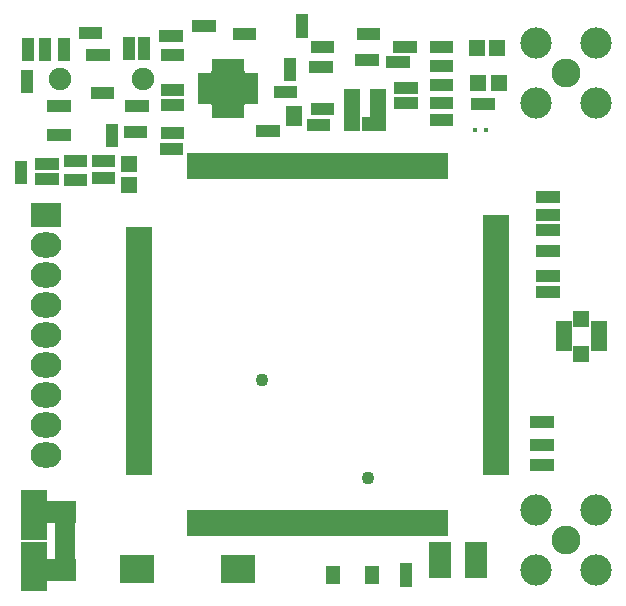
<source format=gbr>
G04 #@! TF.FileFunction,Soldermask,Top*
%FSLAX46Y46*%
G04 Gerber Fmt 4.6, Leading zero omitted, Abs format (unit mm)*
G04 Created by KiCad (PCBNEW 4.0.5+dfsg1-4) date Tue Aug 14 14:25:04 2018*
%MOMM*%
%LPD*%
G01*
G04 APERTURE LIST*
%ADD10C,0.100000*%
%ADD11R,0.990000X1.040000*%
%ADD12R,1.040000X0.990000*%
%ADD13R,1.825000X3.050000*%
%ADD14R,1.300000X1.600000*%
%ADD15R,0.360000X0.460000*%
%ADD16R,1.450000X1.350000*%
%ADD17C,1.100000*%
%ADD18R,2.100000X1.210000*%
%ADD19R,1.450000X1.210000*%
%ADD20R,1.350000X1.450000*%
%ADD21C,1.900000*%
%ADD22R,2.600000X2.140000*%
%ADD23O,2.600000X2.140000*%
%ADD24C,2.450000*%
%ADD25C,2.650000*%
%ADD26R,1.780000X0.850000*%
%ADD27R,2.500000X1.875000*%
%ADD28R,2.300000X2.775000*%
%ADD29R,2.300000X1.575000*%
%ADD30R,2.900000X2.400000*%
%ADD31R,1.450000X2.600000*%
%ADD32R,1.400000X1.400000*%
%ADD33R,2.200000X1.000000*%
%ADD34R,1.000000X2.200000*%
%ADD35R,0.730000X0.670000*%
%ADD36R,2.900000X2.900000*%
%ADD37R,1.225000X0.650000*%
%ADD38R,0.650000X1.225000*%
G04 APERTURE END LIST*
D10*
D11*
X69815000Y-83700000D03*
X70785000Y-83700000D03*
X53115000Y-94700000D03*
X54085000Y-94700000D03*
X56485000Y-94450000D03*
X55515000Y-94450000D03*
X63715000Y-88400000D03*
X64685000Y-88400000D03*
X53115000Y-96000000D03*
X54085000Y-96000000D03*
X56495000Y-96010000D03*
X55525000Y-96010000D03*
X57915000Y-94460000D03*
X58885000Y-94460000D03*
X57915000Y-95920000D03*
X58885000Y-95920000D03*
D12*
X74200000Y-87185000D03*
X74200000Y-86215000D03*
D11*
X71815000Y-91900000D03*
X72785000Y-91900000D03*
D12*
X51400000Y-94915000D03*
X51400000Y-95885000D03*
D11*
X64685000Y-85500000D03*
X63715000Y-85500000D03*
X64585000Y-83900000D03*
X63615000Y-83900000D03*
X76415000Y-84800000D03*
X77385000Y-84800000D03*
X87485000Y-86400000D03*
X86515000Y-86400000D03*
D12*
X75200000Y-83485000D03*
X75200000Y-82515000D03*
D11*
X87485000Y-84800000D03*
X86515000Y-84800000D03*
D13*
X86912500Y-128200000D03*
X89887500Y-128200000D03*
D11*
X83415000Y-84800000D03*
X84385000Y-84800000D03*
D12*
X84000000Y-129985000D03*
X84000000Y-129015000D03*
D11*
X81185000Y-85900000D03*
X80215000Y-85900000D03*
X80315000Y-83700000D03*
X81285000Y-83700000D03*
X76115000Y-91400000D03*
X77085000Y-91400000D03*
D12*
X61800000Y-85385000D03*
X61800000Y-84415000D03*
D11*
X87485000Y-88000000D03*
X86515000Y-88000000D03*
X66415000Y-83000000D03*
X67385000Y-83000000D03*
X63715000Y-92100000D03*
X64685000Y-92100000D03*
D12*
X53400000Y-84515000D03*
X53400000Y-85485000D03*
D11*
X58385000Y-85500000D03*
X57415000Y-85500000D03*
X63675000Y-93410000D03*
X64645000Y-93410000D03*
D12*
X52000000Y-84515000D03*
X52000000Y-85485000D03*
X51900000Y-87215000D03*
X51900000Y-88185000D03*
D11*
X54115000Y-89800000D03*
X55085000Y-89800000D03*
X83785000Y-86100000D03*
X82815000Y-86100000D03*
X86515000Y-91000000D03*
X87485000Y-91000000D03*
X95976300Y-120205500D03*
X95006300Y-120205500D03*
X95515000Y-100300000D03*
X96485000Y-100300000D03*
X84485000Y-89500000D03*
X83515000Y-89500000D03*
X84485000Y-88300000D03*
X83515000Y-88300000D03*
X95985000Y-116500000D03*
X95015000Y-116500000D03*
X96485000Y-97500000D03*
X95515000Y-97500000D03*
X55085000Y-92200000D03*
X54115000Y-92200000D03*
D14*
X81150000Y-129500000D03*
X77850000Y-129500000D03*
D15*
X90750000Y-91800000D03*
X89850000Y-91800000D03*
D11*
X76415000Y-90000000D03*
X77385000Y-90000000D03*
X57785000Y-83600000D03*
X56815000Y-83600000D03*
D12*
X59100000Y-91815000D03*
X59100000Y-92785000D03*
D11*
X63715000Y-89700000D03*
X64685000Y-89700000D03*
D16*
X91875000Y-87800000D03*
X90125000Y-87800000D03*
D11*
X73315000Y-88600000D03*
X74285000Y-88600000D03*
X60715000Y-89800000D03*
X61685000Y-89800000D03*
D12*
X60500000Y-84415000D03*
X60500000Y-85385000D03*
D11*
X96485000Y-102100000D03*
X95515000Y-102100000D03*
X96485000Y-104200000D03*
X95515000Y-104200000D03*
D12*
X55000000Y-84515000D03*
X55000000Y-85485000D03*
D11*
X60615000Y-92000000D03*
X61585000Y-92000000D03*
X58785000Y-88700000D03*
X57815000Y-88700000D03*
X95515000Y-105500000D03*
X96485000Y-105500000D03*
X77285000Y-86500000D03*
X76315000Y-86500000D03*
X86515000Y-89500000D03*
X87485000Y-89500000D03*
X95985000Y-118500000D03*
X95015000Y-118500000D03*
X96485000Y-99000000D03*
X95515000Y-99000000D03*
X90985000Y-89600000D03*
X90015000Y-89600000D03*
D17*
X71801600Y-113007500D03*
X80801600Y-121307500D03*
D18*
X81275000Y-91290000D03*
D19*
X81600000Y-90100000D03*
X81600000Y-88910000D03*
X79450000Y-88910000D03*
X79450000Y-90100000D03*
X79450000Y-91290000D03*
D20*
X60500000Y-96455000D03*
X60500000Y-94705000D03*
D16*
X89975000Y-84890000D03*
X91725000Y-84890000D03*
D21*
X54700000Y-87500000D03*
X61700000Y-87500000D03*
D22*
X53500000Y-99000000D03*
D23*
X53500000Y-101540000D03*
X53500000Y-104080000D03*
X53500000Y-106620000D03*
X53500000Y-109160000D03*
X53500000Y-111700000D03*
X53500000Y-114240000D03*
X53500000Y-116780000D03*
X53500000Y-119320000D03*
D24*
X97500000Y-126500000D03*
D25*
X94960000Y-129040000D03*
X100040000Y-129040000D03*
X100040000Y-123960000D03*
X94960000Y-123960000D03*
D24*
X97500000Y-87000000D03*
D25*
X94960000Y-89540000D03*
X100040000Y-89540000D03*
X100040000Y-84460000D03*
X94960000Y-84460000D03*
D26*
X55160000Y-125300000D03*
X55160000Y-125950000D03*
X55160000Y-126600000D03*
X55160000Y-127250000D03*
X55160000Y-127900000D03*
D27*
X54800000Y-124137500D03*
X54800000Y-129062500D03*
D28*
X52500000Y-123690000D03*
X52500000Y-129510000D03*
D29*
X52500000Y-125760000D03*
X52500000Y-127440000D03*
D30*
X69780000Y-129000000D03*
X61220000Y-129000000D03*
D31*
X100319100Y-109296200D03*
X97369100Y-109296200D03*
D32*
X98844100Y-110796200D03*
X98844100Y-107796200D03*
D33*
X61400000Y-100500000D03*
X61400000Y-101500000D03*
X61400000Y-102500000D03*
X61400000Y-103500000D03*
X61400000Y-104500000D03*
X61400000Y-105500000D03*
X61400000Y-106500000D03*
X61400000Y-107500000D03*
X61400000Y-108500000D03*
X61400000Y-109500000D03*
X61400000Y-110500000D03*
X61400000Y-111500000D03*
X61400000Y-112500000D03*
X61400000Y-113500000D03*
X61400000Y-114500000D03*
X61400000Y-115500000D03*
X61400000Y-116500000D03*
X61400000Y-117500000D03*
X61400000Y-118500000D03*
X61400000Y-119500000D03*
X61400000Y-120500000D03*
D34*
X66000000Y-125100000D03*
X67000000Y-125100000D03*
X68000000Y-125100000D03*
X69000000Y-125100000D03*
X70000000Y-125100000D03*
X71000000Y-125100000D03*
X72000000Y-125100000D03*
X73000000Y-125100000D03*
X74000000Y-125100000D03*
X75000000Y-125100000D03*
X76000000Y-125100000D03*
X77000000Y-125100000D03*
X78000000Y-125100000D03*
X79000000Y-125100000D03*
X80000000Y-125100000D03*
X81000000Y-125100000D03*
X82000000Y-125100000D03*
X83000000Y-125100000D03*
X84000000Y-125100000D03*
X85000000Y-125100000D03*
X86000000Y-125100000D03*
X87000000Y-125100000D03*
D33*
X91600000Y-120500000D03*
X91600000Y-119500000D03*
X91600000Y-118500000D03*
X91600000Y-117500000D03*
X91600000Y-116500000D03*
X91600000Y-115500000D03*
X91600000Y-114500000D03*
X91600000Y-113500000D03*
X91600000Y-112500000D03*
X91600000Y-111500000D03*
X91600000Y-110500000D03*
X91600000Y-109500000D03*
X91600000Y-108500000D03*
X91600000Y-107500000D03*
X91600000Y-106500000D03*
X91600000Y-105500000D03*
X91600000Y-104500000D03*
X91600000Y-103500000D03*
X91600000Y-102500000D03*
X91600000Y-101500000D03*
X91600000Y-100500000D03*
X91600000Y-99500000D03*
D34*
X87000000Y-94900000D03*
X86000000Y-94900000D03*
X85000000Y-94900000D03*
X84000000Y-94900000D03*
X83000000Y-94900000D03*
X82000000Y-94900000D03*
X81000000Y-94900000D03*
X80000000Y-94900000D03*
X79000000Y-94900000D03*
X78000000Y-94900000D03*
X77000000Y-94900000D03*
X76000000Y-94900000D03*
X75000000Y-94900000D03*
X74000000Y-94900000D03*
X73000000Y-94900000D03*
X72000000Y-94900000D03*
X71000000Y-94900000D03*
X70000000Y-94900000D03*
X69000000Y-94900000D03*
X68000000Y-94900000D03*
X67000000Y-94900000D03*
X66000000Y-94900000D03*
D35*
X74840000Y-91100000D03*
X74840000Y-90600000D03*
X74840000Y-90100000D03*
X74160000Y-90100000D03*
X74160000Y-90600000D03*
X74160000Y-91100000D03*
D36*
X68900000Y-88300000D03*
D37*
X66962500Y-87300000D03*
X66962500Y-87800000D03*
X66962500Y-88300000D03*
X66962500Y-88800000D03*
X66962500Y-89300000D03*
D38*
X67900000Y-90237500D03*
X68400000Y-90237500D03*
X68900000Y-90237500D03*
X69400000Y-90237500D03*
X69900000Y-90237500D03*
D37*
X70837500Y-89300000D03*
X70837500Y-88800000D03*
X70837500Y-88300000D03*
X70837500Y-87800000D03*
X70837500Y-87300000D03*
D38*
X69900000Y-86362500D03*
X69400000Y-86362500D03*
X68900000Y-86362500D03*
X68400000Y-86362500D03*
X67900000Y-86362500D03*
M02*

</source>
